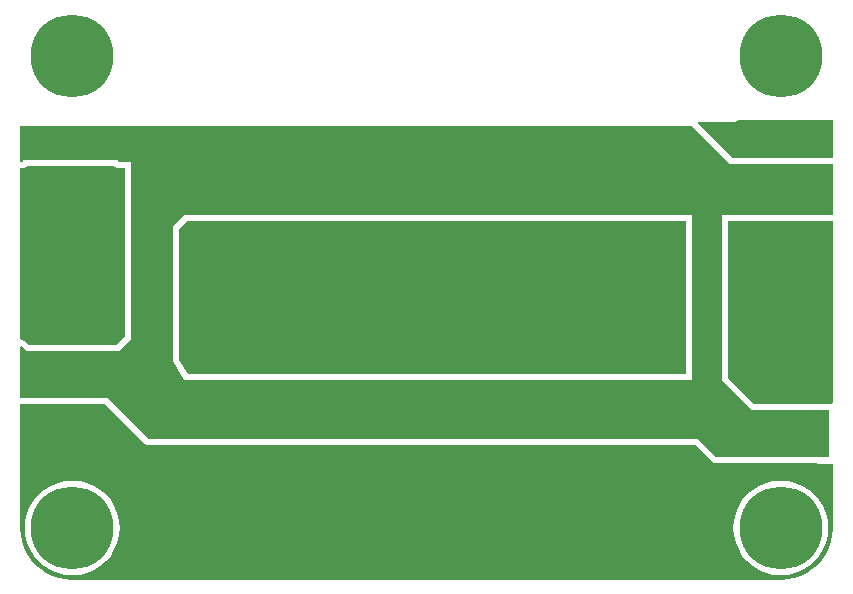
<source format=gtl>
G04*
G04 #@! TF.GenerationSoftware,Altium Limited,Altium Designer,19.1.5 (86)*
G04*
G04 Layer_Physical_Order=1*
G04 Layer_Color=255*
%FSLAX44Y44*%
%MOMM*%
G71*
G01*
G75*
%ADD21R,3.5500X0.8500*%
%ADD22R,2.6500X0.8500*%
%ADD23R,2.4000X2.4000*%
%ADD24C,2.4000*%
%ADD25C,1.9500*%
%ADD26R,1.9500X1.9500*%
%ADD27C,7.0000*%
%ADD28C,0.9000*%
G36*
X693883Y363098D02*
X609112D01*
X579577Y392632D01*
X580095Y393882D01*
X610189D01*
X612530Y394348D01*
X613506Y395000D01*
X693883D01*
Y363098D01*
D02*
G37*
G36*
X84935Y356395D02*
X86589Y355290D01*
X88540Y354902D01*
X94902D01*
Y212112D01*
X87888Y205098D01*
X13112D01*
X10877Y207332D01*
X9223Y208438D01*
X9223Y208438D01*
X7272Y208826D01*
X6118Y209807D01*
X6118Y354902D01*
X8540D01*
X10491Y355290D01*
X12145Y356395D01*
X12190Y356462D01*
X84890D01*
X84935Y356395D01*
D02*
G37*
G36*
X607000Y358000D02*
X693883D01*
Y315000D01*
X600000D01*
Y175000D01*
X625000Y150000D01*
X691000D01*
Y110000D01*
X595000D01*
X580000Y125000D01*
X115000D01*
X80000Y160000D01*
X6118D01*
Y203249D01*
X7272Y203728D01*
X11000Y200000D01*
X90000D01*
X100000Y210000D01*
Y360000D01*
X88540D01*
Y361560D01*
X8540D01*
Y360000D01*
X6118D01*
X6118Y390000D01*
X575000D01*
X607000Y358000D01*
D02*
G37*
G36*
X693883Y155476D02*
X692632Y154773D01*
X691000Y155098D01*
X627112D01*
X605098Y177112D01*
Y309902D01*
X693883D01*
Y155476D01*
D02*
G37*
G36*
X111395Y121395D02*
X113049Y120290D01*
X115000Y119902D01*
X577888D01*
X591395Y106395D01*
X593049Y105290D01*
X595000Y104902D01*
X681000D01*
Y104000D01*
X693883D01*
Y49784D01*
X693934Y49524D01*
X693592Y44297D01*
X692469Y38655D01*
X690620Y33207D01*
X688075Y28047D01*
X684879Y23264D01*
X681086Y18938D01*
X676760Y15145D01*
X671977Y11949D01*
X666817Y9404D01*
X661369Y7555D01*
X655727Y6432D01*
X651236Y6138D01*
X649986Y6141D01*
Y6141D01*
X649869Y6118D01*
X50038Y6118D01*
X49717Y6054D01*
X44294Y6409D01*
X38649Y7532D01*
X33198Y9383D01*
X28035Y11928D01*
X23249Y15126D01*
X18922Y18922D01*
X15126Y23249D01*
X11928Y28036D01*
X9383Y33198D01*
X7532Y38649D01*
X6409Y44294D01*
X6100Y49013D01*
X6112Y50261D01*
X6118Y50292D01*
X6118Y50296D01*
X6118Y51511D01*
X6118Y153652D01*
X6118Y154902D01*
X77888D01*
X111395Y121395D01*
D02*
G37*
%LPC*%
G36*
X575000Y315000D02*
X145000D01*
X135000Y305000D01*
Y191000D01*
X145000Y175000D01*
X575000D01*
Y315000D01*
D02*
G37*
%LPD*%
G36*
X569902Y180098D02*
X147825D01*
X140098Y192462D01*
Y302888D01*
X147112Y309902D01*
X569902D01*
Y180098D01*
D02*
G37*
%LPC*%
G36*
X649996Y90126D02*
X643719Y89632D01*
X637597Y88162D01*
X631780Y85752D01*
X626412Y82463D01*
X621624Y78374D01*
X617535Y73586D01*
X614246Y68218D01*
X611836Y62401D01*
X610366Y56279D01*
X609872Y50002D01*
X610366Y43725D01*
X611836Y37603D01*
X614246Y31786D01*
X617535Y26418D01*
X621624Y21630D01*
X626412Y17541D01*
X631780Y14252D01*
X637597Y11842D01*
X643719Y10372D01*
X649996Y9878D01*
X656273Y10372D01*
X662395Y11842D01*
X668212Y14252D01*
X673580Y17541D01*
X678368Y21630D01*
X682457Y26418D01*
X685747Y31786D01*
X688156Y37603D01*
X689626Y43725D01*
X690120Y50002D01*
X689626Y56279D01*
X688156Y62401D01*
X685747Y68218D01*
X682457Y73586D01*
X678368Y78374D01*
X673580Y82463D01*
X668212Y85752D01*
X662395Y88162D01*
X656273Y89632D01*
X649996Y90126D01*
D02*
G37*
G36*
X49996D02*
X43719Y89632D01*
X37597Y88162D01*
X31780Y85752D01*
X26412Y82463D01*
X21624Y78374D01*
X17535Y73586D01*
X14246Y68218D01*
X11836Y62401D01*
X10366Y56279D01*
X9872Y50002D01*
X10366Y43725D01*
X11836Y37603D01*
X14246Y31786D01*
X17535Y26418D01*
X21624Y21630D01*
X26412Y17541D01*
X31780Y14252D01*
X37597Y11842D01*
X43719Y10372D01*
X49996Y9878D01*
X56273Y10372D01*
X62395Y11842D01*
X68212Y14252D01*
X73580Y17541D01*
X78368Y21630D01*
X82457Y26418D01*
X85746Y31786D01*
X88156Y37603D01*
X89626Y43725D01*
X90120Y50002D01*
X89626Y56279D01*
X88156Y62401D01*
X85746Y68218D01*
X82457Y73586D01*
X78368Y78374D01*
X73580Y82463D01*
X68212Y85752D01*
X62395Y88162D01*
X56273Y89632D01*
X49996Y90126D01*
D02*
G37*
%LPD*%
D21*
X65790Y337310D02*
D03*
Y352310D02*
D03*
Y367310D02*
D03*
Y382310D02*
D03*
X634210D02*
D03*
Y367310D02*
D03*
Y352310D02*
D03*
Y337310D02*
D03*
D22*
X26790D02*
D03*
Y352310D02*
D03*
Y367310D02*
D03*
Y382310D02*
D03*
X673210D02*
D03*
Y367310D02*
D03*
Y352310D02*
D03*
Y337310D02*
D03*
D23*
X177800Y262500D02*
D03*
X525780D02*
D03*
X351790D02*
D03*
X525780Y72500D02*
D03*
X351790D02*
D03*
X177800D02*
D03*
D24*
Y337500D02*
D03*
X525780D02*
D03*
X351790D02*
D03*
X525780Y147500D02*
D03*
X351790D02*
D03*
X177800D02*
D03*
D25*
X46990Y127000D02*
D03*
X652820Y177000D02*
D03*
D26*
X46990D02*
D03*
X652820Y127000D02*
D03*
D27*
X49996Y50002D02*
D03*
X649996D02*
D03*
Y450002D02*
D03*
X50000Y450000D02*
D03*
D28*
X75000Y149000D02*
D03*
X393000Y304000D02*
D03*
X151000Y186000D02*
D03*
X611000Y242000D02*
D03*
X564000Y217000D02*
D03*
X62000Y325000D02*
D03*
X39000D02*
D03*
X16000D02*
D03*
X608000Y388000D02*
D03*
X609000Y370000D02*
D03*
X601000Y378000D02*
D03*
X85000Y325000D02*
D03*
X611000Y304000D02*
D03*
X415000Y262000D02*
D03*
X260000Y303000D02*
D03*
X306000Y245000D02*
D03*
X496000Y186000D02*
D03*
X528000Y304000D02*
D03*
X624000Y170000D02*
D03*
X564000Y275000D02*
D03*
X387000Y187000D02*
D03*
X218000Y188000D02*
D03*
X147000Y300000D02*
D03*
X87000Y270000D02*
D03*
X85000Y214000D02*
D03*
X14000Y213000D02*
D03*
X622000Y98000D02*
D03*
X462000Y113000D02*
D03*
X256000Y63000D02*
D03*
X575000Y114000D02*
D03*
X292000Y112000D02*
D03*
X441000Y58000D02*
D03*
X113000Y112000D02*
D03*
X14000Y147000D02*
D03*
X12000Y82000D02*
D03*
X82000Y13000D02*
D03*
X171000Y12000D02*
D03*
X313000Y11000D02*
D03*
X488000Y12000D02*
D03*
X624000D02*
D03*
X688000Y95000D02*
D03*
X686000Y163000D02*
D03*
X688000Y257000D02*
D03*
X684000Y302000D02*
D03*
X594000Y387000D02*
D03*
X12000Y308000D02*
D03*
M02*

</source>
